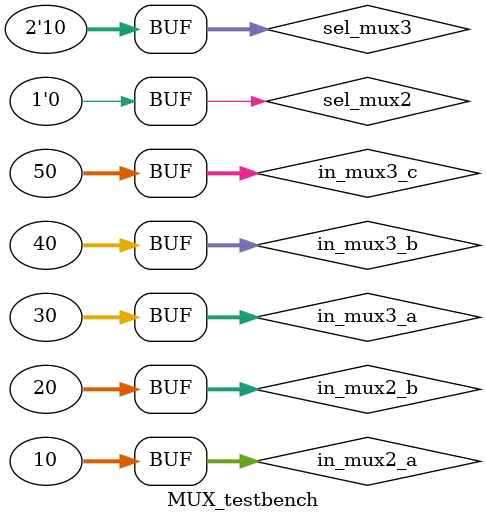
<source format=v>
`timescale 1ns / 1ps


module MUX_testbench();
reg sel_mux2;
reg[1:0] sel_mux3;
reg[31:0] in_mux2_a, in_mux2_b, in_mux3_a, in_mux3_b, in_mux3_c;
wire[31:0] out_mux2, out_mux3;

MUX2 dut1(
.sel_mux2(sel_mux2),
.in_mux2_a(in_mux2_a),
.in_mux2_b(in_mux2_b),
.out_mux2(out_mux2)
);

MUX3 dut2(
.sel_mux3(sel_mux3),
.in_mux3_a(in_mux3_a),
.in_mux3_b(in_mux3_b),
.in_mux3_c(in_mux3_c),
.out_mux3(out_mux3)
);

initial begin
sel_mux2 = 0;
sel_mux3 = 2;

in_mux2_a = 32'd10;
in_mux2_b = 32'd20;
in_mux3_a = 32'd30;
in_mux3_b = 32'd40;
in_mux3_c = 32'd50;
end












endmodule

</source>
